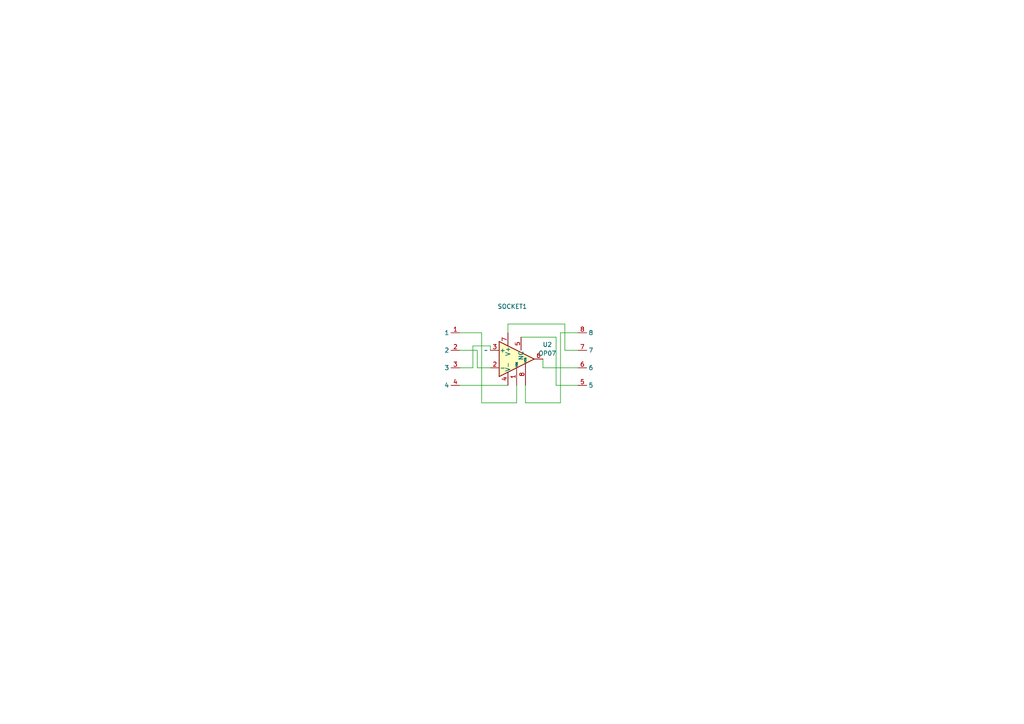
<source format=kicad_sch>
(kicad_sch (version 20230121) (generator eeschema)

  (uuid e02f23bc-aa45-48d5-b44b-0734f11b1250)

  (paper "A4")

  (lib_symbols
    (symbol "Amplifier_Operational:OP07" (pin_names (offset 0.127)) (in_bom yes) (on_board yes)
      (property "Reference" "U2" (at 8.89 4.1909 0)
        (effects (font (size 1.27 1.27)))
      )
      (property "Value" "OP07" (at 8.89 1.6509 0)
        (effects (font (size 1.27 1.27)))
      )
      (property "Footprint" "" (at 1.27 1.27 0)
        (effects (font (size 1.27 1.27)) hide)
      )
      (property "Datasheet" "https://www.analog.com/media/en/technical-documentation/data-sheets/OP07.pdf" (at 1.27 26.67 0)
        (effects (font (size 1.27 1.27)) hide)
      )
      (property "ki_keywords" "single opamp" (at 0 0 0)
        (effects (font (size 1.27 1.27)) hide)
      )
      (property "ki_description" "Single Ultra-Low Offset Voltage Operational Amplifier, DIP-8/SOIC-8" (at 0 0 0)
        (effects (font (size 1.27 1.27)) hide)
      )
      (property "ki_fp_filters" "DIP*W7.62mm* SOIC*3.9x4.9mm*P1.27mm* TO*99*" (at 0 0 0)
        (effects (font (size 1.27 1.27)) hide)
      )
      (symbol "OP07_0_1"
        (polyline
          (pts
            (xy -5.08 5.08)
            (xy 5.08 0)
            (xy -5.08 -5.08)
            (xy -5.08 5.08)
          )
          (stroke (width 0.254) (type default))
          (fill (type background))
        )
      )
      (symbol "OP07_1_1"
        (pin input line (at 0 -7.62 90) (length 5.08)
          (name "VOS" (effects (font (size 0.508 0.508))))
          (number "1" (effects (font (size 1.27 1.27))))
        )
        (pin input line (at -7.62 -2.54 0) (length 2.54)
          (name "-" (effects (font (size 1.27 1.27))))
          (number "2" (effects (font (size 1.27 1.27))))
        )
        (pin input line (at -7.62 2.54 0) (length 2.54)
          (name "+" (effects (font (size 1.27 1.27))))
          (number "3" (effects (font (size 1.27 1.27))))
        )
        (pin power_in line (at -2.54 -7.62 90) (length 3.81)
          (name "V-" (effects (font (size 1.27 1.27))))
          (number "4" (effects (font (size 1.27 1.27))))
        )
        (pin passive line (at 1.27 6.35 270) (length 3.81)
          (name "NC" (effects (font (size 1.27 1.27))))
          (number "5" (effects (font (size 1.27 1.27))))
        )
        (pin output line (at 7.62 0 180) (length 2.54)
          (name "~" (effects (font (size 1.27 1.27))))
          (number "6" (effects (font (size 1.27 1.27))))
        )
        (pin power_in line (at -2.54 7.62 270) (length 3.81)
          (name "V+" (effects (font (size 1.27 1.27))))
          (number "7" (effects (font (size 1.27 1.27))))
        )
        (pin input line (at 2.54 -7.62 90) (length 6.35)
          (name "VOS" (effects (font (size 0.508 0.508))))
          (number "8" (effects (font (size 1.27 1.27))))
        )
      )
    )
    (symbol "_IanJ_8PinICsocket0.3mm:8pin_IC_Socket_0.3mm" (in_bom yes) (on_board yes)
      (property "Reference" "U" (at 9.525 13.335 0)
        (effects (font (size 1.27 1.27)))
      )
      (property "Value" "" (at 0 0 0)
        (effects (font (size 1.27 1.27)))
      )
      (property "Footprint" "" (at 0 0 0)
        (effects (font (size 1.27 1.27)) hide)
      )
      (property "Datasheet" "" (at 0 0 0)
        (effects (font (size 1.27 1.27)) hide)
      )
      (symbol "8pin_IC_Socket_0.3mm_1_1"
        (pin input line (at -7.62 5.08 180) (length 2.54)
          (name "1" (effects (font (size 1.27 1.27))))
          (number "1" (effects (font (size 1.27 1.27))))
        )
        (pin input line (at -7.62 0 180) (length 2.54)
          (name "2" (effects (font (size 1.27 1.27))))
          (number "2" (effects (font (size 1.27 1.27))))
        )
        (pin input line (at -7.62 -5.08 180) (length 2.54)
          (name "3" (effects (font (size 1.27 1.27))))
          (number "3" (effects (font (size 1.27 1.27))))
        )
        (pin input line (at -7.62 -10.16 180) (length 2.54)
          (name "4" (effects (font (size 1.27 1.27))))
          (number "4" (effects (font (size 1.27 1.27))))
        )
        (pin input line (at 26.67 -10.16 0) (length 2.54)
          (name "5" (effects (font (size 1.27 1.27))))
          (number "5" (effects (font (size 1.27 1.27))))
        )
        (pin input line (at 26.67 -5.08 0) (length 2.54)
          (name "6" (effects (font (size 1.27 1.27))))
          (number "6" (effects (font (size 1.27 1.27))))
        )
        (pin input line (at 26.67 0 0) (length 2.54)
          (name "7" (effects (font (size 1.27 1.27))))
          (number "7" (effects (font (size 1.27 1.27))))
        )
        (pin input line (at 26.67 5.08 0) (length 2.54)
          (name "8" (effects (font (size 1.27 1.27))))
          (number "8" (effects (font (size 1.27 1.27))))
        )
      )
    )
  )


  (wire (pts (xy 139.7 116.84) (xy 149.86 116.84))
    (stroke (width 0) (type default))
    (uuid 01a6ef4c-932d-4fe8-af7a-af21b3b4cbfe)
  )
  (wire (pts (xy 138.43 101.6) (xy 138.43 106.68))
    (stroke (width 0) (type default))
    (uuid 04dfee48-5532-43a4-9211-aef45476dbc2)
  )
  (wire (pts (xy 157.48 104.14) (xy 157.48 106.68))
    (stroke (width 0) (type default))
    (uuid 1146718a-9fe5-40e0-b2f5-0acd56040d64)
  )
  (wire (pts (xy 152.4 111.76) (xy 152.4 116.84))
    (stroke (width 0) (type default))
    (uuid 1378d0bc-e009-4c44-9619-43761d70d3bb)
  )
  (wire (pts (xy 163.83 101.6) (xy 167.64 101.6))
    (stroke (width 0) (type default))
    (uuid 1bdda2f0-5cc0-48b4-bc0c-5f6aa9cf60f0)
  )
  (wire (pts (xy 138.43 106.68) (xy 142.24 106.68))
    (stroke (width 0) (type default))
    (uuid 1edb78cd-22ee-4ac8-8f30-881b66ef9bde)
  )
  (wire (pts (xy 137.16 100.33) (xy 142.24 100.33))
    (stroke (width 0) (type default))
    (uuid 36d04563-a2ba-4b57-a9f2-3f070fb61541)
  )
  (wire (pts (xy 161.29 111.76) (xy 167.64 111.76))
    (stroke (width 0) (type default))
    (uuid 401fccf0-1747-4358-9c76-df6a6c16a092)
  )
  (wire (pts (xy 133.35 111.76) (xy 147.32 111.76))
    (stroke (width 0) (type default))
    (uuid 414df671-a8b8-47d3-806e-5651cc77666b)
  )
  (wire (pts (xy 137.16 106.68) (xy 137.16 100.33))
    (stroke (width 0) (type default))
    (uuid 61490bdd-2b3c-4765-9fa2-855f86f6228e)
  )
  (wire (pts (xy 142.24 100.33) (xy 142.24 101.6))
    (stroke (width 0) (type default))
    (uuid 73e80fe7-57fd-4a7a-9a07-bb120da5b41e)
  )
  (wire (pts (xy 147.32 93.98) (xy 163.83 93.98))
    (stroke (width 0) (type default))
    (uuid 795a85f9-c7ae-4fbb-a4e4-bc0bdcca13dc)
  )
  (wire (pts (xy 147.32 96.52) (xy 147.32 93.98))
    (stroke (width 0) (type default))
    (uuid 7cbc9054-f152-44d8-8ba0-c8ec6e1ff453)
  )
  (wire (pts (xy 161.29 97.79) (xy 161.29 111.76))
    (stroke (width 0) (type default))
    (uuid 99a1ca5a-dce5-419a-bf63-1e63e197b1d2)
  )
  (wire (pts (xy 133.35 106.68) (xy 137.16 106.68))
    (stroke (width 0) (type default))
    (uuid b8ff9a88-045d-4473-a35c-ddfd91b9ab58)
  )
  (wire (pts (xy 163.83 93.98) (xy 163.83 101.6))
    (stroke (width 0) (type default))
    (uuid bdc3bfb2-4af2-4fee-8b36-10a5667c640a)
  )
  (wire (pts (xy 162.56 96.52) (xy 167.64 96.52))
    (stroke (width 0) (type default))
    (uuid c0769038-86e6-40d8-9f47-d4273c57b260)
  )
  (wire (pts (xy 167.64 106.68) (xy 157.48 106.68))
    (stroke (width 0) (type default))
    (uuid c277d1b6-9c78-4b71-b158-bfa6dae96188)
  )
  (wire (pts (xy 149.86 111.76) (xy 149.86 116.84))
    (stroke (width 0) (type default))
    (uuid c30d61e1-7764-48ce-8cad-945a8ac7573b)
  )
  (wire (pts (xy 139.7 96.52) (xy 139.7 116.84))
    (stroke (width 0) (type default))
    (uuid cb0586a9-5b4d-4795-b7b0-ceabfbe6973d)
  )
  (wire (pts (xy 162.56 116.84) (xy 162.56 96.52))
    (stroke (width 0) (type default))
    (uuid cb64daac-780f-43c3-87ce-ac95bc761fa7)
  )
  (wire (pts (xy 151.13 97.79) (xy 161.29 97.79))
    (stroke (width 0) (type default))
    (uuid cee4c42f-783d-45fa-8ea6-fd33fa1edd76)
  )
  (wire (pts (xy 133.35 96.52) (xy 139.7 96.52))
    (stroke (width 0) (type default))
    (uuid ee5a36d0-0e2c-4003-8ec8-6beb42c01eec)
  )
  (wire (pts (xy 152.4 116.84) (xy 162.56 116.84))
    (stroke (width 0) (type default))
    (uuid f548f31f-20a5-4b1b-a37d-fb0a11221404)
  )
  (wire (pts (xy 133.35 101.6) (xy 138.43 101.6))
    (stroke (width 0) (type default))
    (uuid fce80326-8b4e-4f9b-9715-09ed1d3af6c0)
  )

  (symbol (lib_id "_IanJ_8PinICsocket0.3mm:8pin_IC_Socket_0.3mm") (at 140.97 101.6 0) (unit 1)
    (in_bom yes) (on_board yes) (dnp no)
    (uuid 398f1e40-d708-4b4c-9f51-7814ecd522cf)
    (property "Reference" "SOCKET1" (at 148.59 88.9 0)
      (effects (font (size 1.27 1.27)))
    )
    (property "Value" "~" (at 140.97 101.6 0)
      (effects (font (size 1.27 1.27)))
    )
    (property "Footprint" "Package_DIP:DIP-8_W7.62mm" (at 140.97 101.6 0)
      (effects (font (size 1.27 1.27)) hide)
    )
    (property "Datasheet" "" (at 140.97 101.6 0)
      (effects (font (size 1.27 1.27)) hide)
    )
    (pin "1" (uuid 8ad70f50-2ade-4153-b8fd-69852abf8a7d))
    (pin "2" (uuid b38b0bda-9ead-471a-bb5f-4ab1de62a0cd))
    (pin "3" (uuid b5db44df-fd4f-4cbc-9dee-9e1c0bebda23))
    (pin "4" (uuid 737e6a3d-f41f-4dd6-8892-84b9f3d6a3c1))
    (pin "5" (uuid d16070bd-423d-45c6-a1ef-c31350ad544d))
    (pin "6" (uuid 3b4f2b7f-6fb5-45b7-9095-f644e111562e))
    (pin "7" (uuid ddf2e777-2336-4369-91cf-5e8f4c21b108))
    (pin "8" (uuid 29074304-5a5b-400b-97c1-a16c8f2b28ac))
    (instances
      (project "8pin_SOIC_DIP_castellated"
        (path "/e02f23bc-aa45-48d5-b44b-0734f11b1250"
          (reference "SOCKET1") (unit 1)
        )
      )
    )
  )

  (symbol (lib_id "Amplifier_Operational:OP07") (at 149.86 104.14 0) (unit 1)
    (in_bom yes) (on_board yes) (dnp no) (fields_autoplaced)
    (uuid 463e22bc-a929-468e-ae19-7833390a4890)
    (property "Reference" "U2" (at 158.75 99.9491 0)
      (effects (font (size 1.27 1.27)))
    )
    (property "Value" "OP07" (at 158.75 102.4891 0)
      (effects (font (size 1.27 1.27)))
    )
    (property "Footprint" "Package_SO:SO-8_3.9x4.9mm_P1.27mm" (at 151.13 102.87 0)
      (effects (font (size 1.27 1.27)) hide)
    )
    (property "Datasheet" "https://www.analog.com/media/en/technical-documentation/data-sheets/OP07.pdf" (at 151.13 77.47 0)
      (effects (font (size 1.27 1.27)) hide)
    )
    (pin "1" (uuid 6d1237cf-1580-48f2-b308-9ea5b740f5bf))
    (pin "2" (uuid 7797f1f1-b1ed-477f-a2e8-d0a704617f04))
    (pin "3" (uuid 132d5b51-0132-49f7-a9de-bcab5f7153a1))
    (pin "4" (uuid 95341c87-6a59-4f29-9d7d-88e4d00c2936))
    (pin "5" (uuid 5bffe873-db70-43a3-9fe9-d3ad2bb4d4b6))
    (pin "6" (uuid 0beb797f-0521-4fab-ade4-346a9da43642))
    (pin "7" (uuid d8223af6-109b-41bf-9383-72ee74d5b5a8))
    (pin "8" (uuid 12a65599-7ca4-4747-8527-efd660c63d43))
    (instances
      (project "8pin_SOIC_DIP_castellated"
        (path "/e02f23bc-aa45-48d5-b44b-0734f11b1250"
          (reference "U2") (unit 1)
        )
      )
    )
  )

  (sheet_instances
    (path "/" (page "1"))
  )
)

</source>
